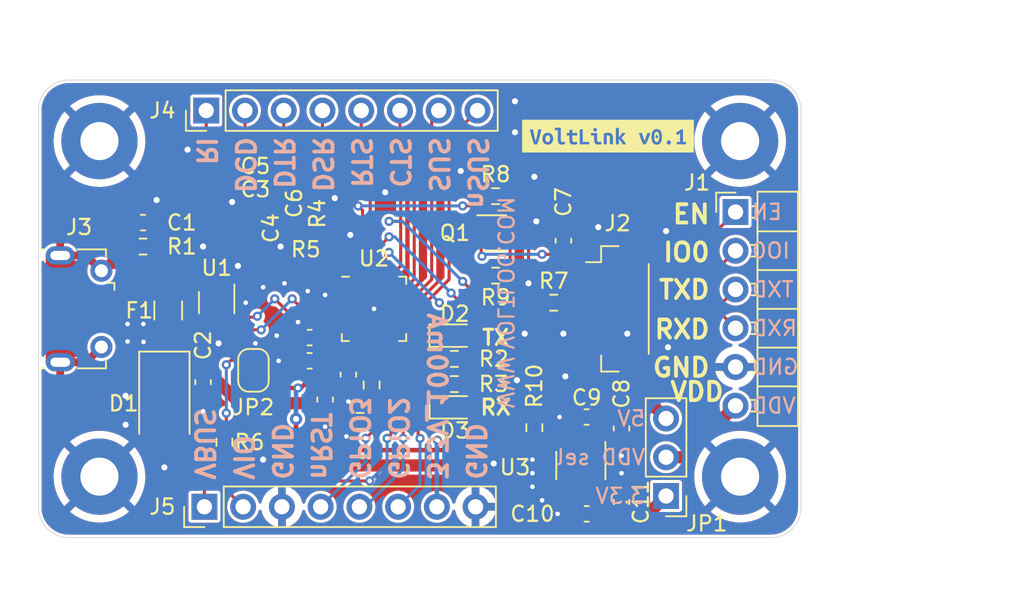
<source format=kicad_pcb>
(kicad_pcb (version 20211014) (generator pcbnew)
  (layers (0 "F.Cu" signal) (31 "B.Cu" signal) (34 "B.Paste" user) (35 "F.Paste" user) (36 "B.SilkS" user "B.Silkscreen") (37 "F.SilkS" user "F.Silkscreen") (38 "B.Mask" user) (39 "F.Mask" user) (44 "Edge.Cuts" user))
  (net 0 "")
  (net 1 "GND")
  (net 2 "/IO0")
  (net 3 "/EN")
  (net 4 "/USB_CONN/USB_SHIELD")
  (net 5 "+5V")
  (net 6 "+3V3")
  (net 7 "/USB_to_serial/GPIO0")
  (net 8 "Net-(D2-Pad2)")
  (net 9 "/USB_to_serial/GPIO1")
  (net 10 "Net-(D3-Pad2)")
  (net 11 "Net-(F1-Pad2)")
  (net 12 "/UART_TX")
  (net 13 "/UART_RX")
  (net 14 "/Vout")
  (net 15 "/USB_CONN/USB_N")
  (net 16 "/USB_CONN/USB_P")
  (net 18 "/USB_to_serial/RI")
  (net 19 "/USB_to_serial/DCD")
  (net 20 "/USB_to_serial/DTR")
  (net 21 "/USB_to_serial/DSR")
  (net 22 "/USB_to_serial/RTS")
  (net 23 "/USB_to_serial/CTS")
  (net 24 "/USB_to_serial/SUSPEND")
  (net 25 "/USB_to_serial/nSUSPEND")
  (net 26 "/USB_to_serial/VBUS")
  (net 27 "/USB_to_serial/VIO")
  (net 28 "/USB_to_serial/nRST")
  (net 29 "/USB_to_serial/GPIO3")
  (net 30 "/USB_to_serial/GPIO2")
  (net 31 "+3.3V_100mA")
  (net 32 "Net-(Q1-Pad5)")
  (net 33 "Net-(Q1-Pad2)")
  (net 38 "Net-(R7-Pad1)")
  (net 39 "Net-(R10-Pad2)")
  (footprint "Fiducial:Fiducial_0.5mm_Mask1mm" (layer "F.Cu") (at 112.3 93.9)
    (fp_text reference "FID1" hide)
    (fp_text value "Fiducial")
  )
  (footprint "Fiducial:Fiducial_0.5mm_Mask1mm" (layer "F.Cu") (at 118.618 77.216)
    (fp_text reference "FID2" hide)
    (fp_text value "Fiducial")
  )
  (footprint "Fiducial:Fiducial_0.5mm_Mask1mm" (layer "F.Cu") (at 152.781 72.771)
    (fp_text reference "FID3" hide)
    (fp_text value "Fiducial")
  )
  (footprint "MountingHole:MountingHole_2.5mm_Pad" (layer "F.Cu") (at 115 75)
    (fp_text reference "H1" hide)
    (fp_text value "GND")
  )
  (footprint "MountingHole:MountingHole_2.5mm_Pad" (layer "F.Cu") (at 115 97)
    (fp_text reference "H2" hide)
    (fp_text value "GND")
  )
  (footprint "MountingHole:MountingHole_2.5mm_Pad" (layer "F.Cu") (at 157 97)
    (fp_text reference "H3" hide)
    (fp_text value "GND")
  )
  (footprint "MountingHole:MountingHole_2.5mm_Pad" (layer "F.Cu") (at 157 75)
    (fp_text reference "H4" hide)
    (fp_text value "GND")
  )
  (footprint "Resistor_SMD:R_0603_1608Metric" (layer "F.Cu") (at 143.51 93.79 -90)
    (fp_text reference "R10")
    (fp_text value "1k")
  )
  (footprint "Capacitor_SMD:C_0603_1608Metric" (layer "F.Cu") (at 128.778 89.408 180)
    (fp_text reference "C3")
    (fp_text value "4.7uF")
  )
  (footprint "Diode_SMD:D_0603_1608Metric_Pad1.05x0.95mm_HandSolder" (layer "F.Cu") (at 138.289 87.757)
    (fp_text reference "D2")
    (fp_text value "LED_TX")
  )
  (footprint "Diode_SMD:D_SMA" (layer "F.Cu") (at 119.253 92.202 -90)
    (fp_text reference "D1")
    (fp_text value "SMAJ5.0CA")
  )
  (footprint "Package_TO_SOT_SMD:SOT-363_SC-70-6" (layer "F.Cu") (at 140.97 81.026)
    (fp_text reference "Q1")
    (fp_text value "MBT3904DW1")
  )
  (footprint "Package_DFN_QFN:QFN-24-1EP_4x4mm_P0.5mm_EP2.6x2.6mm" (layer "F.Cu") (at 133 86)
    (fp_text reference "U2")
    (fp_text value "CP2102N-Axx-xQFN24")
  )
  (footprint "Package_TO_SOT_SMD:SOT-363_SC-70-6" (layer "F.Cu") (at 122.682 85.598 -90)
    (fp_text reference "U1")
    (fp_text value "PUSB2X4Y")
  )
  (footprint "Capacitor_SMD:C_0603_1608Metric" (layer "F.Cu") (at 121.793 90.805 -90)
    (fp_text reference "C2")
    (fp_text value "4.7uF")
  )
  (footprint "kibuzzard-61E57FAE" (layer "F.Cu") (at 148.336 74.676)
    (fp_text reference "kibuzzard-61E57FAE" hide)
    (fp_text value "G***" hide)
  )
  (footprint "myLib:USB_Micro-B_Molex-105017-0001" (layer "F.Cu") (at 113.665 86 -90)
    (fp_text reference "J3")
    (fp_text value "USB_B_Micro")
  )
  (footprint "Jumper:SolderJumper-2_P1.3mm_Bridged_RoundedPad1.0x1.5mm" (layer "F.Cu") (at 125.095 90.028 90)
    (fp_text reference "JP2")
    (fp_text value "Jumper_2_Bridged")
  )
  (footprint "Connector_PinHeader_2.54mm:PinHeader_1x08_P2.54mm_Vertical" (layer "F.Cu") (at 122 73 90)
    (fp_text reference "J4")
    (fp_text value "Conn_01x08_Male")
  )
  (footprint "Resistor_SMD:R_0603_1608Metric" (layer "F.Cu") (at 123.19 94.742 90)
    (fp_text reference "R6")
    (fp_text value "1k")
  )
  (footprint "Capacitor_SMD:C_0603_1608Metric" (layer "F.Cu") (at 145.415 81.534 90)
    (fp_text reference "C7")
    (fp_text value "0.1uF")
  )
  (footprint "Capacitor_SMD:C_0603_1608Metric" (layer "F.Cu") (at 146.939 93.091 180)
    (fp_text reference "C9")
    (fp_text value "0.1uF")
  )
  (footprint "Capacitor_SMD:C_0603_1608Metric" (layer "F.Cu") (at 146.939 99.441 180)
    (fp_text reference "C10")
    (fp_text value "0.1uF")
  )
  (footprint "Fuse:Fuse_1206_3216Metric_Pad1.42x1.75mm_HandSolder" (layer "F.Cu") (at 119.507 86.106 90)
    (fp_text reference "F1")
    (fp_text value "500mA, 1A")
  )
  (footprint "Capacitor_SMD:C_0603_1608Metric" (layer "F.Cu") (at 128.778 87.884 180)
    (fp_text reference "C5")
    (fp_text value "0.1uF")
  )
  (footprint "Connector_PinHeader_2.54mm:PinHeader_1x03_P2.54mm_Vertical" (layer "F.Cu") (at 152.146 98.268 180)
    (fp_text reference "JP1")
    (fp_text value "Jumper_3_Bridged12")
  )
  (footprint "Capacitor_SMD:C_0603_1608Metric" (layer "F.Cu") (at 117.857 80.347)
    (fp_text reference "C1")
    (fp_text value "4.7nF")
  )
  (footprint "Capacitor_SMD:C_0603_1608Metric" (layer "F.Cu") (at 131.318 90.31 -90)
    (fp_text reference "C6")
    (fp_text value "0.1uF")
  )
  (footprint "Resistor_SMD:R_0603_1608Metric" (layer "F.Cu") (at 140.97 78.613)
    (fp_text reference "R8")
    (fp_text value "10k")
  )
  (footprint "Resistor_SMD:R_0603_1608Metric" (layer "F.Cu") (at 138.2655 90.932 180)
    (fp_text reference "R3")
    (fp_text value "1k")
  )
  (footprint "Resistor_SMD:R_0603_1608Metric" (layer "F.Cu") (at 117.856 81.915)
    (fp_text reference "R1")
    (fp_text value "1M")
  )
  (footprint "Connector_PinHeader_2.54mm:PinHeader_1x06_P2.54mm_Horizontal" (layer "F.Cu") (at 156.7 79.65)
    (fp_text reference "J1")
    (fp_text value "Conn_01x06_Male")
  )
  (footprint "Package_TO_SOT_SMD:SOT-23-5_HandSoldering" (layer "F.Cu") (at 146.558 96.266 -90)
    (fp_text reference "U3")
    (fp_text value "BU33SD5WG-TR")
  )
  (footprint "Resistor_SMD:R_0603_1608Metric" (layer "F.Cu") (at 140.97 83.82 180)
    (fp_text reference "R9")
    (fp_text value "10k")
  )
  (footprint "Connector_JST:JST_SH_BM06B-SRSS-TB_1x06-1MP_P1.00mm_Vertical" (layer "F.Cu") (at 149 86 -90)
    (fp_text reference "J2")
    (fp_text value "Conn_01x06_Female")
  )
  (footprint "Resistor_SMD:R_0603_1608Metric" (layer "F.Cu") (at 138.2655 89.281 180)
    (fp_text reference "R2")
    (fp_text value "1k")
  )
  (footprint "Capacitor_SMD:C_0603_1608Metric" (layer "F.Cu") (at 149.225 93.84 -90)
    (fp_text reference "C8")
    (fp_text value "10uF")
  )
  (footprint "Diode_SMD:D_0603_1608Metric_Pad1.05x0.95mm_HandSolder" (layer "F.Cu") (at 138.303 92.456)
    (fp_text reference "D3")
    (fp_text value "LED_RX")
  )
  (footprint "Resistor_SMD:R_0603_1608Metric" (layer "F.Cu") (at 132.08 93.345 180)
    (fp_text reference "R5")
    (fp_text value "47k")
  )
  (footprint "Connector_PinHeader_2.54mm:PinHeader_1x08_P2.54mm_Vertical" (layer "F.Cu") (at 121.88 98.975 90)
    (fp_text reference "J5")
    (fp_text value "Conn_01x08_Male")
  )
  (footprint "Capacitor_SMD:C_0603_1608Metric" (layer "F.Cu") (at 129.794 91.948 -90)
    (fp_text reference "C4")
    (fp_text value "4.7uF")
  )
  (footprint "Resistor_SMD:R_0603_1608Metric" (layer "F.Cu") (at 132.842 90.996 -90)
    (fp_text reference "R4")
    (fp_text value "22k")
  )
  (footprint "Resistor_SMD:R_0603_1608Metric" (layer "F.Cu") (at 144.78 85.598)
    (fp_text reference "R7")
    (fp_text value "220")
  )
  (footprint "Capacitor_SMD:C_0603_1608Metric" (layer "F.Cu") (at 149.225 98.666 90)
    (fp_text reference "C11")
    (fp_text value "10uF")
  )
  (gr_line (start 111 73) (end 111 86) (layer "Edge.Cuts") (width 0.05))
  (gr_arc (start 111 73) (mid 111.585786 71.585786) (end 113 71) (layer "Edge.Cuts") (width 0.05))
  (gr_arc (start 159 71) (mid 160.414214 71.585786) (end 161 73) (layer "Edge.Cuts") (width 0.05))
  (gr_arc (start 161 99) (mid 160.414214 100.414214) (end 159 101) (layer "Edge.Cuts") (width 0.05))
  (gr_line (start 161 99) (end 161 73) (layer "Edge.Cuts") (width 0.05))
  (gr_line (start 113 101) (end 159 101) (layer "Edge.Cuts") (width 0.05))
  (gr_arc (start 113 101) (mid 111.585786 100.414214) (end 111 99) (layer "Edge.Cuts") (width 0.05))
  (gr_line (start 111 86) (end 111 99) (layer "Edge.Cuts") (width 0.05))
  (gr_line (start 159 71) (end 113 71) (layer "Edge.Cuts") (width 0.05))
  (gr_text "VBUS" (at 121.88 94.853143 -90) (layer "B.SilkS") (effects (font (size 1.2 1.2) (thickness 0.25)) (justify mirror)))
  (gr_text "VIO" (at 124.42 95.738857 -90) (layer "B.SilkS") (effects (font (size 1.2 1.2) (thickness 0.25)) (justify mirror)))
  (gr_text "GND" (at 126.96 95.338857 -90) (layer "B.SilkS") (effects (font (size 1.2 1.2) (thickness 0.25)) (justify mirror)))
  (gr_text "nRST" (at 129.5 94.996 -90) (layer "B.SilkS") (effects (font (size 1.2 1.2) (thickness 0.25)) (justify mirror)))
  (gr_text "GPIO3" (at 132.04 94.481714 -90) (layer "B.SilkS") (effects (font (size 1.2 1.2) (thickness 0.25)) (justify mirror)))
  (gr_text "GPIO2" (at 134.58 94.481714 -90) (layer "B.SilkS") (effects (font (size 1.2 1.2) (thickness 0.25)) (justify mirror)))
  (gr_text "3.3V_100mA" (at 137.12 91.738857 -90) (layer "B.SilkS") (effects (font (size 1.2 1.2) (thickness 0.25)) (justify mirror)))
  (gr_text "GND" (at 139.66 95.338857 -90) (layer "B.SilkS") (effects (font (size 1.2 1.2) (thickness 0.25)) (justify mirror)))
  (gr_text "RI" (at 122 75.657143 -90) (layer "B.SilkS") (effects (font (size 1.2 1.2) (thickness 0.25)) (justify mirror)))
  (gr_text "DCD" (at 124.54 76.571429 -90) (layer "B.SilkS") (effects (font (size 1.2 1.2) (thickness 0.25)) (justify mirror)))
  (gr_text "DTR" (at 127.08 76.428572 -90) (layer "B.SilkS") (effects (font (size 1.2 1.2) (thickness 0.25)) (justify mirror)))
  (gr_text "DSR" (at 129.62 76.542857 -90) (layer "B.SilkS") (effects (font (size 1.2 1.2) (thickness 0.25)) (justify mirror)))
  (gr_text "RTS" (at 132.16 76.4 -90) (layer "B.SilkS") (effects (font (size 1.2 1.2) (thickness 0.25)) (justify mirror)))
  (gr_text "CTS" (at 134.7 76.4 -90) (layer "B.SilkS") (effects (font (size 1.2 1.2) (thickness 0.25)) (justify mirror)))
  (gr_text "SUS" (at 137.24 76.542857 -90) (layer "B.SilkS") (effects (font (size 1.2 1.2) (thickness 0.25)) (justify mirror)))
  (gr_text "nSUS" (at 139.78 77.085714 -90) (layer "B.SilkS") (effects (font (size 1.2 1.2) (thickness 0.25)) (justify mirror)))
  (gr_text "5V" (at 149.86 93.188) (layer "B.SilkS") (effects (font (size 1 1)) (justify mirror)))
  (gr_text "RXD" (at 159.258 87.27) (layer "B.SilkS") (effects (font (size 1 1)) (justify mirror)))
  (gr_text "IO0" (at 159.019905 82.19) (layer "B.SilkS") (effects (font (size 1 1)) (justify mirror)))
  (gr_text "EN" (at 158.758 79.65) (layer "B.SilkS") (effects (font (size 1 1)) (justify mirror)))
  (gr_text "VDD sel" (at 147.86 95.728) (layer "B.SilkS") (effects (font (size 1 1)) (justify mirror)))
  (gr_text "3.3V" (at 149.145714 98.268) (layer "B.SilkS") (effects (font (size 1 1)) (justify mirror)))
  (gr_text "GND" (at 159.305619 89.81) (layer "B.SilkS") (effects (font (size 1 1)) (justify mirror)))
  (gr_text "TXD" (at 159.138953 84.73) (layer "B.SilkS") (effects (font (size 1 1)) (justify mirror)))
  (gr_text "WWW.VOLTLOG.COM" (at 141.605 85.598 270) (layer "B.SilkS") (effects (font (size 1 1)) (justify mirror)))
  (gr_text "VDD" (at 159.210381 92.35) (layer "B.SilkS") (effects (font (size 1 1)) (justify mirror)))
  (gr_text "RXD" (at 153.197 87.35) (layer "F.SilkS") (effects (font (size 1.2 1.2) (thickness 0.25))))
  (gr_text "GND" (at 153.139857 89.85) (layer "F.SilkS") (effects (font (size 1.2 1.2) (thickness 0.25))))
  (gr_text "VDD" (at 154.178 91.44) (layer "F.SilkS") (effects (font (size 1.2 1.2) (thickness 0.25))))
  (gr_text "RX" (at 140.97 92.456) (layer "F.SilkS") (effects (font (size 1 1) (thickness 0.2))))
  (gr_text "IO0" (at 153.482714 82.3) (layer "F.SilkS") (effects (font (size 1.2 1.2) (thickness 0.25))))
  (gr_text "EN" (at 153.797 79.8) (layer "F.SilkS") (effects (font (size 1.2 1.2) (thickness 0.25))))
  (gr_text "TX" (at 140.97 87.884) (layer "F.SilkS") (effects (font (size 1 1) (thickness 0.2))))
  (gr_text "TXD" (at 153.339857 84.75) (layer "F.SilkS") (effects (font (size 1.2 1.2) (thickness 0.25))))
  (segment (start 128.003 87.884) (end 128.003 86.881) (width 0.3) (layer "F.Cu") (net 1))
  (segment (start 131.0625 85.25) (end 130.0205 85.25) (width 0.3) (layer "F.Cu") (net 1))
  (segment (start 115.1275 87.3) (end 116.027 87.3) (width 0.25) (layer "F.Cu") (net 1))
  (segment (start 116.027 87.3) (end 116.027 87.325) (width 0.25) (layer "F.Cu") (net 1))
  (segment (start 149.225 94.615) (end 149.225 95.631) (width 0.3) (layer "F.Cu") (net 1))
  (segment (start 131.318 91.085) (end 131.318 92.075) (width 0.3) (layer "F.Cu") (net 1))
  (segment (start 129.794 92.723) (end 129.794 93.726) (width 0.3) (layer "F.Cu") (net 1))
  (segment (start 116.027 87.3) (end 116.535 87.3) (width 0.25) (layer "F.Cu") (net 1))
  (segment (start 128.003 89.408) (end 126.746 89.408) (width 0.3) (layer "F.Cu") (net 1))
  (segment (start 131.255 94.297) (end 131.255 93.345) (width 0.2) (layer "F.Cu") (net 1))
  (segment (start 149.225 97.891) (end 149.225 96.774) (width 0.3) (layer "F.Cu") (net 1))
  (segment (start 116.84 88.138) (end 117.85809 88.138) (width 0.25) (layer "F.Cu") (net 1))
  (segment (start 146.164 99.441) (end 145.034 99.441) (width 0.3) (layer "F.Cu") (net 1))
  (segment (start 117.85809 88.138) (end 117.886707 88.166617) (width 0.25) (layer "F.Cu") (net 1))
  (segment (start 131.191 94.361) (end 131.255 94.297) (width 0.2) (layer "F.Cu") (net 1))
  (segment (start 128.003 86.881) (end 128.016 86.868) (width 0.3) (layer "F.Cu") (net 1))
  (segment (start 116.027 87.325) (end 116.84 88.138) (width 0.25) (layer "F.Cu") (net 1))
  (segment (start 116.535 87.3) (end 116.84 86.995) (width 0.25) (layer "F.Cu") (net 1))
  (segment (start 130.0205 85.25) (end 129.921 85.1505) (width 0.3) (layer "F.Cu") (net 1))
  (segment (start 146.164 93.091) (end 145.161 93.091) (width 0.3) (layer "F.Cu") (net 1))
  (segment (start 116.84 86.995) (end 117.8785 86.995) (width 0.25) (layer "F.Cu") (net 1))
  (via (at 133 86) (size 0.6) (drill 0.3) (layers "F.Cu" "B.Cu") (net 1))
  (via (at 149.225 95.631) (size 0.6) (drill 0.3) (layers "F.Cu" "B.Cu") (net 1))
  (via (at 133.731 78.359) (size 0.8) (drill 0.4) (layers "F.Cu" "B.Cu") (net 1))
  (via (at 128.651 84.836) (size 0.6) (drill 0.3) (layers "F.Cu" "B.Cu") (net 1))
  (via (at 142.24 74.422) (size 0.8) (drill 0.4) (layers "F.Cu" "B.Cu") (net 1))
  (via (at 116.713 91.694) (size 0.8) (drill 0.4) (layers "F.Cu" "B.Cu") (net 1))
  (via (at 138.684 76.962) (size 0.8) (drill 0.4) (layers "F.Cu" "B.Cu") (net 1))
  (via (at 126.619 87.757) (size 0.6) (drill 0.3) (layers "F.Cu" "B.Cu") (net 1))
  (via (at 129.794 85.09) (size 0.6) (drill 0.3) (layers "F.Cu" "B.Cu") (net 1))
  (via (at 149.225 96.774) (size 0.6) (drill 0.3) (layers "F.Cu" "B.Cu") (net 1))
  (via (at 125.73 95.885) (size 0.8) (drill 0.4) (layers "F.Cu" "B.Cu") (net 1))
  (via (at 140.843 96.139) (size 0.8) (drill 0.4) (layers "F.Cu" "B.Cu") (net 1))
  (via (at 120.777 75.565) (size 0.8) (drill 0.4) (layers "F.Cu" "B.Cu") (net 1))
  (via (at 143.129 84.328) (size 0.8) (drill 0.4) (layers "F.Cu" "B.Cu") (net 1))
  (via (at 128.016 86.868) (size 0.6) (drill 0.3) (layers "F.Cu" "B.Cu") (net 1))
  (via (at 126.746 89.408) (size 0.6) (drill 0.3) (layers "F.Cu" "B.Cu") (net 1))
  (via (at 116.84 86.995) (size 0.6) (drill 0.3) (layers "F.Cu" "B.Cu") (net 1))
  (via (at 142.24 72.39) (size 0.8) (drill 0.4) (layers "F.Cu" "B.Cu") (net 1))
  (via (at 145.542 90.424) (size 0.8) (drill 0.4) (layers "F.Cu" "B.Cu") (net 1))
  (via (at 149.606 87.63) (size 0.8) (drill 0.4) (layers "F.Cu" "B.Cu") (net 1))
  (via (at 143.51 77.343) (size 0.8) (drill 0.4) (layers "F.Cu" "B.Cu") (net 1))
  (via (at 145.034 99.441) (size 0.6) (drill 0.3) (layers "F.Cu" "B.Cu") (net 1))
  (via (at 117.886707 88.166617) (size 0.6) (drill 0.3) (layers "F.Cu" "B.Cu") (net 1))
  (via (at 129.794 93.726) (size 0.6) (drill 0.3) (layers "F.Cu" "B.Cu") (net 1))
  (via (at 143.383 95.885) (size 0.6) (drill 0.3) (layers "F.Cu" "B.Cu") (net 1))
  (via (at 131.318 92.075) (size 0.6) (drill 0.3) (layers "F.Cu" "B.Cu") (net 1))
  (via (at 125.222 88.265) (size 0.6) (drill 0.3) (layers "F.Cu" "B.Cu") (net 1))
  (via (at 143.383 96.774) (size 0.6) (drill 0.3) (layers "F.Cu" "B.Cu") (net 1))
  (via (at 152.146 80.899) (size 0.8) (drill 0.4) (layers "F.Cu" "B.Cu") (net 1))
  (via (at 117.8785 86.995) (size 0.6) (drill 0.3) (layers "F.Cu" "B.Cu") (net 1))
  (via (at 116.84 88.138) (size 0.6) (drill 0.3) (layers "F.Cu" "B.Cu") (net 1))
  (via (at 145.415 87.63) (size 0.8) (drill 0.4) (layers "F.Cu" "B.Cu") (net 1))
  (via (at 143.383 97.663) (size 0.6) (drill 0.3) (layers "F.Cu" "B.Cu") (net 1))
  (via (at 142.367 90.678) (size 0.8) (drill 0.4) (layers "F.Cu" "B.Cu") (net 1))
  (via (at 123.698 78.994) (size 0.8) (drill 0.4) (layers "F.Cu" "B.Cu") (net 1))
  (via (at 131.191 94.361) (size 0.6) (drill 0.3) (layers "F.Cu" "B.Cu") (net 1))
  (via (at 125.73 84.582) (size 0.6) (drill 0.3) (layers "F.Cu" "B.Cu") (net 1))
  (via (at 121.793 92.71) (size 0.6) (drill 0.3) (layers "F.Cu" "B.Cu") (net 1))
  (via (at 121.793 81.915) (size 0.8) (drill 0.4) (layers "F.Cu" "B.Cu") (net 1))
  (via (at 124.079 83.185) (size 0.8) (drill 0.4) (layers "F.Cu" "B.Cu") (net 1))
  (via (at 122.809 88.265) (size 0.8) (drill 0.4) (layers "F.Cu" "B.Cu") (net 1))
  (via (at 119.253 96.393) (size 0.8) (drill 0.4) (layers "F.Cu" "B.Cu") (net 1))
  (via (at 143.637 80.264) (size 0.8) (drill 0.4) (layers "F.Cu" "B.Cu") (net 1))
  (via (at 131.445 81.153) (size 0.8) (drill 0.4) (layers "F.Cu" "B.Cu") (net 1))
  (via (at 144.018 98.552) (size 0.6) (drill 0.3) (layers "F.Cu" "B.Cu") (net 1))
  (via (at 152.273 88.519) (size 0.8) (drill 0.4) (layers "F.Cu" "B.Cu") (net 1))
  (via (at 116.713 93.599) (size 0.8) (drill 0.4) (layers "F.Cu" "B.Cu") (net 1))
  (via (at 118.745 78.867) (size 0.8) (drill 0.4) (layers "F.Cu" "B.Cu") (net 1))
  (via (at 127.127 84.328) (size 0.6) (drill 0.3) (layers "F.Cu" "B.Cu") (net 1))
  (via (at 124.587 85.598) (size 0.6) (drill 0.3) (layers "F.Cu" "B.Cu") (net 1))
  (via (at 126.873 81.915) (size 0.8) (drill 0.4) (layers "F.Cu" "B.Cu") (net 1))
  (via (at 130.429 78.74) (size 0.8) (drill 0.4) (layers "F.Cu" "B.Cu") (net 1))
  (via (at 145.161 93.091) (size 0.6) (drill 0.3) (layers "F.Cu" "B.Cu") (net 1))
  (via (at 147.701 80.645) (size 0.8) (drill 0.4) (layers "F.Cu" "B.Cu") (net 1))
  (via (at 142.875 87.63) (size 0.8) (drill 0.4) (layers "F.Cu" "B.Cu") (net 1))
  (segment (start 143.129 83.185) (end 144.444 84.5) (width 0.2) (layer "F.Cu") (net 2))
  (segment (start 147.675 84.5) (end 154.39 84.5) (width 0.2) (layer "F.Cu") (net 2))
  (segment (start 142.445 80.376) (end 143.129 81.06) (width 0.2) (layer "F.Cu") (net 2))
  (segment (start 144.444 84.5) (end 147.675 84.5) (width 0.2) (layer "F.Cu") (net 2))
  (segment (start 141.92 80.376) (end 142.445 80.376) (width 0.2) (layer "F.Cu") (net 2))
  (segment (start 154.39 84.5) (end 156.7 82.19) (width 0.2) (layer "F.Cu") (net 2))
  (segment (start 143.129 81.06) (end 143.129 83.185) (width 0.2) (layer "F.Cu") (net 2))
  (segment (start 152.85 83.5) (end 156.7 79.65) (width 0.2) (layer "F.Cu") (net 3))
  (segment (start 147.675 83.5) (end 152.85 83.5) (width 0.2) (layer "F.Cu") (net 3))
  (segment (start 146.484 82.309) (end 147.675 83.5) (width 0.2) (layer "F.Cu") (net 3))
  (segment (start 145.415 82.309) (end 146.484 82.309) (width 0.2) (layer "F.Cu") (net 3))
  (segment (start 140.081 82.55) (end 140.02 82.489) (width 0.2) (layer "F.Cu") (net 3))
  (segment (start 140.02 82.489) (end 140.02 81.676) (width 0.2) (layer "F.Cu") (net 3))
  (segment (start 145.301 82.423) (end 145.415 82.309) (width 0.2) (layer "F.Cu") (net 3))
  (segment (start 144.018 82.423) (end 145.301 82.423) (width 0.2) (layer "F.Cu") (net 3))
  (via (at 144.018 82.423) (size 0.6) (drill 0.3) (layers "F.Cu" "B.Cu") (net 3))
  (via (at 140.081 82.55) (size 0.6) (drill 0.3) (layers "F.Cu" "B.Cu") (net 3))
  (segment (start 140.081 82.55) (end 140.208 82.423) (width 0.2) (layer "B.Cu") (net 3))
  (segment (start 140.208 82.423) (end 144.018 82.423) (width 0.2) (layer "B.Cu") (net 3))
  (segment (start 117.082 80.347) (end 117.082 81.864) (width 0.5) (layer "F.Cu") (net 4))
  (segment (start 122.682 83.923) (end 122.682 84.648) (width 0.4) (layer "F.Cu") (net 4))
  (segment (start 115.1275 83.5) (end 115.4425 83.185) (width 0.4) (layer "F.Cu") (net 4))
  (segment (start 117.082 81.864) (end 117.031 81.915) (width 0.5) (layer "F.Cu") (net 4))
  (segment (start 115.4425 83.185) (end 116.967 83.185) (width 0.4) (layer "F.Cu") (net 4))
  (segment (start 121.944 83.185) (end 122.682 83.923) (width 0.4) (layer "F.Cu") (net 4))
  (segment (start 116.967 83.185) (end 121.944 83.185) (width 0.4) (layer "F.Cu") (net 4))
  (segment (start 149.225 92.43) (end 151.388 92.43) (width 0.8) (layer "F.Cu") (net 5))
  (segment (start 122.034 90.03) (end 124.189511 92.185511) (width 0.8) (layer "F.Cu") (net 5))
  (segment (start 124.189511 92.185511) (end 128.684012 92.185511) (width 0.8) (layer "F.Cu") (net 5))
  (segment (start 119.253 90.202) (end 121.621 90.202) (width 0.8) (layer "F.Cu") (net 5))
  (segment (start 143.256 91.821) (end 143.51 92.075) (width 0.3) (layer "F.Cu") (net 5))
  (segment (start 129.696523 91.173) (end 129.794 91.173) (width 0.8) (layer "F.Cu") (net 5))
  (segment (start 119.507 87.5935) (end 119.507 89.948) (width 0.8) (layer "F.Cu") (net 5))
  (segment (start 147.981 91.821) (end 149.225 93.065) (width 0.8) (layer "F.Cu") (net 5))
  (segment (start 128.27 96.266) (end 124.189511 92.185511) (width 0.8) (layer "F.Cu") (net 5))
  (segment (start 129.794 90.934978) (end 131.193978 89.535) (width 0.8) (layer "F.Cu") (net 5))
  (segment (start 132.971102 96.266) (end 132.960591 96.255489) (width 0.8) (layer "F.Cu") (net 5))
  (segment (start 147.714 94.71) (end 147.508 94.916) (width 0.8) (layer "F.Cu") (net 5))
  (segment (start 147.74 93.065) (end 147.714 93.091) (width 0.8) (layer "F.Cu") (net 5))
  (segment (start 143.256 91.821) (end 143.002 91.821) (width 0.8) (layer "F.Cu") (net 5))
  (segment (start 121.621 90.202) (end 121.793 90.03) (width 0.8) (layer "F.Cu") (net 5))
  (segment (start 128.684012 92.185511) (end 129.696523 91.173) (width 0.8) (layer "F.Cu") (net 5))
  (segment (start 132.842 90.171) (end 131.954 90.171) (width 0.2) (layer "F.Cu") (net 5))
  (segment (start 147.714 93.091) (end 147.714 94.71) (width 0.8) (layer "F.Cu") (net 5))
  (segment (start 131.193978 89.535) (end 131.318 89.535) (width 0.8) (layer "F.Cu") (net 5))
  (segment (start 129.794 91.173) (end 129.794 90.934978) (width 0.8) (layer "F.Cu") (net 5))
  (segment (start 132.215409 96.255489) (end 132.204898 96.266) (width 0.8) (layer "F.Cu") (net 5))
  (segment (start 131.75 89.103) (end 131.318 89.535) (width 0.3) (layer "F.Cu") (net 5))
  (segment (start 131.75 87.9375) (end 131.75 89.103) (width 0.3) (layer "F.Cu") (net 5))
  (segment (start 119.507 89.948) (end 119.253 90.202) (width 0.8) (layer "F.Cu") (net 5))
  (segment (start 132.960591 96.255489) (end 132.215409 96.255489) (width 0.8) (layer "F.Cu") (net 5))
  (segment (start 138.557 96.266) (end 132.971102 96.266) (width 0.8) (layer "F.Cu") (net 5))
  (segment (start 149.225 93.065) (end 147.74 93.065) (width 0.8) (layer "F.Cu") (net 5))
  (segment (start 143.256 91.821) (end 147.981 91.821) (width 0.8) (layer "F.Cu") (net 5))
  (segment (start 132.204898 96.266) (end 128.27 96.266) (width 0.8) (layer "F.Cu") (net 5))
  (segment (start 121.793 90.03) (end 122.034 90.03) (width 0.8) (layer "F.Cu") (net 5))
  (segment (start 143.51 92.075) (end 143.51 92.965) (width 0.3) (layer "F.Cu") (net 5))
  (segment (start 143.002 91.821) (end 138.557 96.266) (width 0.8) (layer "F.Cu") (net 5))
  (segment (start 151.388 92.43) (end 152.146 93.188) (width 0.8) (layer "F.Cu") (net 5))
  (segment (start 131.954 90.171) (end 131.318 89.535) (width 0.2) (layer "F.Cu") (net 5))
  (segment (start 147.508 99.235) (end 147.714 99.441) (width 0.8) (layer "F.Cu") (net 6))
  (segment (start 147.508 97.616) (end 147.508 99.235) (width 0.8) (layer "F.Cu") (net 6))
  (segment (start 147.714 99.441) (end 149.225 99.441) (width 0.8) (layer "F.Cu") (net 6))
  (segment (start 149.225 99.441) (end 150.973 99.441) (width 0.8) (layer "F.Cu") (net 6))
  (segment (start 150.973 99.441) (end 152.146 98.268) (width 0.8) (layer "F.Cu") (net 6))
  (segment (start 136.407 86.75) (end 137.414 87.757) (width 0.2) (layer "F.Cu") (net 7))
  (segment (start 134.9375 86.75) (end 136.407 86.75) (width 0.2) (layer "F.Cu") (net 7))
  (segment (start 138.9645 87.757) (end 137.4405 89.281) (width 0.2) (layer "F.Cu") (net 8))
  (segment (start 137.428 92.456) (end 136.652 91.68) (width 0.2) (layer "F.Cu") (net 9))
  (segment (start 136.652 91.68) (end 136.652 88.9645) (width 0.2) (layer "F.Cu") (net 9))
  (segment (start 136.652 88.9645) (end 134.9375 87.25) (width 0.2) (layer "F.Cu") (net 9))
  (segment (start 137.654 90.932) (end 139.178 92.456) (width 0.2) (layer "F.Cu") (net 10))
  (segment (start 137.4405 90.932) (end 137.654 90.932) (width 0.2) (layer "F.Cu") (net 10))
  (segment (start 115.1275 84.7) (end 119.4255 84.7) (width 0.5) (layer "F.Cu") (net 11))
  (segment (start 119.4255 84.7) (end 119.507 84.6185) (width 0.5) (layer "F.Cu") (net 11))
  (segment (start 147.675 85.5) (end 155.93 85.5) (width 0.2) (layer "F.Cu") (net 12))
  (segment (start 147.577 85.598) (end 147.675 85.5) (width 0.2) (layer "F.Cu") (net 12))
  (segment (start 145.605 85.598) (end 147.577 85.598) (width 0.2) (layer "F.Cu") (net 12))
  (segment (start 155.93 85.5) (end 156.7 84.73) (width 0.2) (layer "F.Cu") (net 12))
  (segment (start 133.75 82.531) (end 133.75 84.0625) (width 0.2) (layer "F.Cu") (net 13))
  (segment (start 155.93 86.5) (end 156.7 87.27) (width 0.2) (layer "F.Cu") (net 13))
  (segment (start 133.985 82.296) (end 133.75 82.531) (width 0.2) (layer "F.Cu") (net 13))
  (segment (start 138.189 86.5) (end 147.675 86.5) (width 0.2) (layer "F.Cu") (net 13))
  (segment (start 137.287 85.598) (end 138.189 86.5) (width 0.2) (layer "F.Cu") (net 13))
  (segment (start 147.675 86.5) (end 155.93 86.5) (width 0.2) (layer "F.Cu") (net 13))
  (via (at 133.985 82.296) (size 0.6) (drill 0.3) (layers "F.Cu" "B.Cu") (net 13))
  (via (at 137.287 85.598) (size 0.6) (drill 0.3) (layers "F.Cu" "B.Cu") (net 13))
  (segment (start 137.287 85.598) (end 133.985 82.296) (width 0.2) (layer "B.Cu") (net 13))
  (segment (start 153.322 95.728) (end 155.259 93.791) (width 0.8) (layer "F.Cu") (net 14))
  (segment (start 147.675 89.636) (end 149.352 91.313) (width 0.5) (layer "F.Cu") (net 14))
  (segment (start 152.146 95.728) (end 153.322 95.728) (width 0.8) (layer "F.Cu") (net 14))
  (segment (start 147.675 88.5) (end 147.675 89.636) (width 0.5) (layer "F.Cu") (net 14))
  (segment (start 149.352 91.313) (end 152.781 91.313) (width 0.5) (layer "F.Cu") (net 14))
  (segment (start 152.781 91.313) (end 155.259 93.791) (width 0.5) (layer "F.Cu") (net 14))
  (segment (start 155.259 93.791) (end 156.7 92.35) (width 0.8) (layer "F.Cu") (net 14))
  (segment (start 123.332 86.073978) (end 123.332 86.548) (width 0.2) (layer "F.Cu") (net 15))
  (segment (start 118.548006 85.852) (end 123.110022 85.852) (width 0.2) (layer "F.Cu") (net 15))
  (segment (start 123.891 86.548) (end 125.288 86.548) (width 0.2) (layer "F.Cu") (net 15))
  (segment (start 125.288 86.548) (end 125.349 86.487) (width 0.2) (layer "F.Cu") (net 15))
  (segment (start 126.492 85.344) (end 127.381 86.233) (width 0.2) (layer "F.Cu") (net 15))
  (segment (start 123.891 86.548) (end 123.332 86.548) (width 0.2) (layer "F.Cu") (net 15))
  (segment (start 131.0455 86.233) (end 131.0625 86.25) (width 0.2) (layer "F.Cu") (net 15))
  (segment (start 123.110022 85.852) (end 123.332 86.073978) (width 0.2) (layer "F.Cu") (net 15))
  (segment (start 118.046006 85.35) (end 118.548006 85.852) (width 0.2) (layer "F.Cu") (net 15))
  (segment (start 115.1275 85.35) (end 118.046006 85.35) (width 0.2) (layer "F.Cu") (net 15))
  (segment (start 127.381 86.233) (end 131.0455 86.233) (width 0.2) (layer "F.Cu") (net 15))
  (via (at 125.349 86.487) (size 0.6) (drill 0.3) (layers "F.Cu" "B.Cu") (net 15))
  (via (at 126.492 85.344) (size 0.6) (drill 0.3) (layers "F.Cu" "B.Cu") (net 15))
  (segment (start 126.492 85.344) (end 125.349 86.487) (width 0.2) (layer "B.Cu") (net 15))
  (segment (start 117.877 86) (end 118.237 86.36) (width 0.2) (layer "F.Cu") (net 16))
  (segment (start 127.635 85.344) (end 128.041 85.75) (width 0.2) (layer "F.Cu") (net 16))
  (segment (start 121.844 86.36) (end 122.032 86.548) (width 0.2) (layer "F.Cu") (net 16))
  (segment (start 125.603 87.376) (end 122.335 87.376) (width 0.2) (layer "F.Cu") (net 16))
  (segment (start 115.1275 86) (end 117.877 86) (width 0.2) (layer "F.Cu") (net 16))
  (segment (start 128.041 85.75) (end 131.0625 85.75) (width 0.2) (layer "F.Cu") (net 16))
  (segment (start 118.237 86.36) (end 121.844 86.36) (width 0.2) (layer "F.Cu") (net 16))
  (segment (start 122.032 87.073) (end 122.032 86.548) (width 0.2) (layer "F.Cu") (net 16))
  (segment (start 122.335 87.376) (end 122.032 87.073) (width 0.2) (layer "F.Cu") (net 16))
  (via (at 127.635 85.344) (size 0.6) (drill 0.3) (layers "F.Cu" "B.Cu") (net 16))
  (via (at 125.603 87.376) (size 0.6) (drill 0.3) (layers "F.Cu" "B.Cu") (net 16))
  (segment (start 125.603 87.376) (end 127.635 85.344) (width 0.2) (layer "B.Cu") (net 16))
  (segment (start 122 75.6875) (end 131.0625 84.75) (width 0.2) (layer "F.Cu") (net 18))
  (segment (start 122 73) (end 122 75.6875) (width 0.2) (layer "F.Cu") (net 18))
  (segment (start 124.54 76.8525) (end 131.75 84.0625) (width 0.2) (layer "F.Cu") (net 19))
  (segment (start 124.54 73) (end 124.54 76.8525) (width 0.2) (layer "F.Cu") (net 19))
  (segment (start 127.08 73) (end 127.08 78.185) (width 0.2) (layer "F.Cu") (net 20))
  (segment (start 140.145 80.251) (end 140.02 80.376) (width 0.2) (layer "F.Cu") (net 20))
  (segment (start 139.51 79.248) (end 140.145 78.613) (width 0.2) (layer "F.Cu") (net 20))
  (segment (start 132.25 83.355) (end 132.25 84.0625) (width 0.2) (layer "F.Cu") (net 20))
  (segment (start 131.953 79.248) (end 132.25 79.545) (width 0.2) (layer "F.Cu") (net 20))
  (segment (start 127.08 78.185) (end 132.25 83.355) (width 0.2) (layer "F.Cu") (net 20))
  (segment (start 140.145 78.613) (end 140.145 80.251) (width 0.2) (layer "F.Cu") (net 20))
  (segment (start 132.25 79.545) (end 132.25 83.355) (width 0.2) (layer "F.Cu") (net 20))
  (segment (start 138.811 79.248) (end 139.51 79.248) (width 0.2) (layer "F.Cu") (net 20))
  (via (at 138.811 79.248) (size 0.6) (drill 0.3) (layers "F.Cu" "B.Cu") (net 20))
  (via (at 131.953 79.248) (size 0.6) (drill 0.3) (layers "F.Cu" "B.Cu") (net 20))
  (segment (start 131.953 79.248) (end 138.811 79.248) (width 0.2) (layer "B.Cu") (net 20))
  (segment (start 132.75 78.394) (end 129.62 75.264) (width 0.2) (layer "F.Cu") (net 21))
  (segment (start 129.62 75.264) (end 129.62 73) (width 0.2) (layer "F.Cu") (net 21))
  (segment (start 132.75 84.0625) (end 132.75 78.394) (width 0.2) (layer "F.Cu") (net 21))
  (segment (start 139.573 84.963) (end 141.478 84.963) (width 0.2) (layer "F.Cu") (net 22))
  (segment (start 138.811 84.201) (end 139.573 84.963) (width 0.2) (layer "F.Cu") (net 22))
  (segment (start 141.92 83.695) (end 141.92 81.676) (width 0.2) (layer "F.Cu") (net 22))
  (segment (start 132.16 75.391) (end 134.747 77.978) (width 0.2) (layer "F.Cu") (net 22))
  (segment (start 134.747 83.185) (end 134.25 83.682) (width 0.2) (layer "F.Cu") (net 22))
  (segment (start 134.747 77.978) (end 134.747 80.264) (width 0.2) (layer "F.Cu") (net 22))
  (segment (start 132.16 73) (end 132.16 75.391) (width 0.2) (layer "F.Cu") (net 22))
  (segment (start 134.747 80.264) (end 133.985 80.264) (width 0.2) (layer "F.Cu") (net 22))
  (segment (start 134.747 80.264) (end 134.747 83.185) (width 0.2) (layer "F.Cu") (net 22))
  (segment (start 141.478 84.963) (end 141.795 84.646) (width 0.2) (layer "F.Cu") (net 22))
  (segment (start 141.795 84.646) (end 141.795 83.82) (width 0.2) (layer "F.Cu") (net 22))
  (segment (start 141.795 83.82) (end 141.92 83.695) (width 0.2) (layer "F.Cu") (net 22))
  (segment (start 134.25 83.682) (end 134.25 84.0625) (width 0.2) (layer "F.Cu") (net 22))
  (via (at 133.985 80.264) (size 0.6) (drill 0.3) (layers "F.Cu" "B.Cu") (net 22))
  (via (at 138.811 84.201) (size 0.6) (drill 0.3) (layers "F.Cu" "B.Cu") (net 22))
  (segment (start 134.874 80.264) (end 138.811 84.201) (width 0.2) (layer "B.Cu") (net 22))
  (segment (start 133.985 80.264) (end 134.874 80.264) (width 0.2) (layer "B.Cu") (net 22))
  (segment (start 135.636 84.0515) (end 134.9375 84.75) (width 0.2) (layer "F.Cu") (net 23))
  (segment (start 135.636 76.327) (end 135.636 84.0515) (width 0.2) (layer "F.Cu") (net 23))
  (segment (start 134.7 75.391) (end 135.636 76.327) (width 0.2) (layer "F.Cu") (net 23))
  (segment (start 134.7 73) (end 134.7 75.391) (width 0.2) (layer "F.Cu") (net 23))
  (segment (start 136.779 73.461) (end 136.779 84.074) (width 0.2) (layer "F.Cu") (net 24))
  (segment (start 135.603 85.25) (end 134.9375 85.25) (width 0.2) (layer "F.Cu") (net 24))
  (segment (start 137.24 73) (end 136.779 73.461) (width 0.2) (layer "F.Cu") (net 24))
  (segment (start 136.779 84.074) (end 135.603 85.25) (width 0.2) (layer "F.Cu") (net 24))
  (segment (start 135.746 86.25) (end 137.922 84.074) (width 0.2) (layer "F.Cu") (net 25))
  (segment (start 137.922 84.074) (end 137.922 74.858) (width 0.2) (layer "F.Cu") (net 25))
  (segment (start 134.9375 86.25) (end 135.746 86.25) (width 0.2) (layer "F.Cu") (net 25))
  (segment (start 137.922 74.858) (end 139.78 73) (width 0.2) (layer "F.Cu") (net 25))
  (segment (start 132.715 89.408) (end 132.25 88.943) (width 0.15) (layer "F.Cu") (net 26))
  (segment (start 133.61652 89.764093) (end 133.61652 91.04648) (width 0.15) (layer "F.Cu") (net 26))
  (segment (start 132.842 91.821) (end 133.61652 91.04648) (width 0.2) (layer "F.Cu") (net 26))
  (segment (start 133.260427 89.408) (end 132.715 89.408) (width 0.15) (layer "F.Cu") (net 26))
  (segment (start 132.905 93.345) (end 132.905 91.884) (width 0.2) (layer "F.Cu") (net 26))
  (segment (start 132.905 91.884) (end 132.842 91.821) (width 0.2) (layer "F.Cu") (net 26))
  (segment (start 132.905 93.345) (end 132.905 94.044) (width 0.2) (layer "F.Cu") (net 26))
  (segment (start 133.61652 89.764093) (end 133.260427 89.408) (width 0.15) (layer "F.Cu") (net 26))
  (segment (start 132.905 94.044) (end 132.461 94.488) (width 0.2) (layer "F.Cu") (net 26))
  (segment (start 132.25 88.943) (end 132.25 87.9375) (width 0.2) (layer "F.Cu") (net 26))
  (via (at 132.461 94.488) (size 0.6) (drill 0.3) (layers "F.Cu" "B.Cu") (net 26))
  (segment (start 132.461 94.488) (end 132.461 96.014) (width 0.2) (layer "B.Cu") (net 26))
  (segment (start 132.461 96.014) (end 129.5 98.975) (width 0.2) (layer "B.Cu") (net 26))
  (segment (start 125.095 89.378) (end 123.601 89.378) (width 0.2) (layer "F.Cu") (net 27))
  (segment (start 126.514586 90.424) (end 128.203783 90.424) (width 0.2) (layer "F.Cu") (net 27))
  (segment (start 123.317 93.79) (end 123.19 93.917) (width 0.2) (layer "F.Cu") (net 27))
  (segment (start 123.317 92.837) (end 123.317 93.79) (width 0.2) (layer "F.Cu") (net 27))
  (segment (start 123.19 93.917) (end 121.88 95.227) (width 0.2) (layer "F.Cu") (net 27))
  (segment (start 131.0625 86.75) (end 129.3685 86.75) (width 0.2) (layer "F.Cu") (net 27))
  (segment (start 123.601 89.378) (end 123.317 89.662) (width 0.2) (layer "F.Cu") (net 27))
  (segment (start 121.88 95.227) (end 121.88 98.975) (width 0.2) (layer "F.Cu") (net 27))
  (segment (start 125.468586 89.378) (end 125.095 89.378) (width 0.2) (layer "F.Cu") (net 27))
  (segment (start 128.27 90.424) (end 128.203783 90.424) (width 0.15) (layer "F.Cu") (net 27))
  (segment (start 128.778 87.3405) (end 128.778 89.916) (width 0.15) (layer "F.Cu") (net 27))
  (segment (start 128.778 89.916) (end 128.27 90.424) (width 0.15) (layer "F.Cu") (net 27))
  (segment (start 129.3685 86.75) (end 128.778 87.3405) (width 0.15) (layer "F.Cu") (net 27))
  (segment (start 126.514586 90.424) (end 125.468586 89.378) (width 0.2) (layer "F.Cu") (net 27))
  (via (at 123.317 89.662) (size 0.6) (drill 0.3) (layers "F.Cu" "B.Cu") (net 27))
  (via (at 123.317 92.837) (size 0.6) (drill 0.3) (layers "F.Cu" "B.Cu") (net 27))
  (segment (start 123.317 89.662) (end 123.317 92.837) (width 0.2) (layer "B.Cu") (net 27))
  (segment (start 132.715 97.282) (end 124.905 97.282) (width 0.2) (layer "F.Cu") (net 28))
  (segment (start 134.112 89.694567) (end 133.41593 88.998497) (width 0.15) (layer "F.Cu") (net 28))
  (segment (start 123.19 97.745) (end 124.42 98.975) (width 0.2) (layer "F.Cu") (net 28))
  (segment (start 132.75 88.877994) (end 132.75 87.9375) (width 0.2) (layer "F.Cu") (net 28))
  (segment (start 133.858 94.488) (end 134.112 94.234) (width 0.2) (layer "F.Cu") (net 28))
  (segment (start 132.870503 88.998497) (end 132.75 88.877994) (width 0.15) (layer "F.Cu") (net 28))
  (segment (start 133.41593 88.998497) (end 132.870503 88.998497) (width 0.15) (layer "F.Cu") (net 28))
  (segment (start 123.19 95.567) (end 123.19 97.745) (width 0.2) (layer "F.Cu") (net 28))
  (segment (start 124.905 97.282) (end 123.19 95.567) (width 0.2) (layer "F.Cu") (net 28))
  (segment (start 134.112 94.234) (end 134.112 89.694567) (width 0.2) (layer "F.Cu") (net 28))
  (via (at 132.715 97.282) (size 0.6) (drill 0.3) (layers "F.Cu" "B.Cu") (net 28))
  (via (at 133.858 94.488) (size 0.6) (drill 0.3) (layers "F.Cu" "B.Cu") (net 28))
  (segment (start 132.715 97.282) (end 133.858 96.139) (width 0.2) (layer "B.Cu") (net 28))
  (segment (start 133.858 96.139) (end 133.858 94.488) (width 0.2) (layer "B.Cu") (net 28))
  (segment (start 134.9115 89.6995) (end 133.75 88.538) (width 0.2) (layer "F.Cu") (net 29))
  (segment (start 133.75 88.538) (end 133.75 87.9375) (width 0.2) (layer "F.Cu") (net 29))
  (segment (start 134.9115 94.488) (end 134.9115 89.6995) (width 0.2) (layer "F.Cu") (net 29))
  (via (at 134.9115 94.488) (size 0.6) (drill 0.3) (layers "F.Cu" "B.Cu") (net 29))
  (segment (start 134.9115 96.4825) (end 132.419 98.975) (width 0.2) (layer "B.Cu") (net 29))
  (segment (start 132.419 98.975) (end 132.04 98.975) (width 0.2) (layer "B.Cu") (net 29))
  (segment (start 134.9115 94.488) (end 134.9115 96.4825) (width 0.2) (layer "B.Cu") (net 29))
  (segment (start 136.017 94.488) (end 135.89 94.361) (width 0.2) (layer "F.Cu") (net 30))
  (segment (start 135.89 94.361) (end 135.89 89.5775) (width 0.2) (layer "F.Cu") (net 30))
  (segment (start 135.89 89.5775) (end 134.25 87.9375) (width 0.2) (layer "F.Cu") (net 30))
  (via (at 136.017 94.488) (size 0.6) (drill 0.3) (layers "F.Cu" "B.Cu") (net 30))
  (segment (start 136.017 94.488) (end 136.017 97.538) (width 0.2) (layer "B.Cu") (net 30))
  (segment (start 136.017 97.538) (end 134.58 98.975) (width 0.2) (layer "B.Cu") (net 30))
  (segment (start 128.016 91.186) (end 125.603 91.186) (width 0.3) (layer "F.Cu") (net 31))
  (segment (start 127.889 93.218) (end 127.889 93.853) (width 0.3) (layer "F.Cu") (net 31))
  (segment (start 139.954 90.932) (end 140.97 91.948) (width 0.3) (layer "F.Cu") (net 31))
  (segment (start 125.603 91.186) (end 125.095 90.678) (width 0.3) (layer "F.Cu") (net 31))
  (segment (start 139.0905 90.932) (end 139.954 90.932) (width 0.3) (layer "F.Cu") (net 31))
  (segment (start 129.553 89.408) (end 129.553 87.884) (width 0.3) (layer "F.Cu") (net 31))
  (segment (start 138.41752 95.26248) (end 137.14752 95.26248) (width 0.3) (layer "F.Cu") (net 31))
  (segment (start 128.2065 91.186) (end 129.553 89.8395) (width 0.3) (layer "F.Cu") (net 31))
  (segment (start 128.016 91.186) (end 128.2065 91.186) (width 0.3) (layer "F.Cu") (net 31))
  (segment (start 137.14752 95.26248) (end 137.14752 94.62748) (width 0.3) (layer "F.Cu") (net 31))
  (segment (start 139.0905 90.932) (end 139.0905 89.281) (width 0.3) (layer "F.Cu") (net 31))
  (segment (start 130.187 87.25) (end 129.553 87.884) (width 0.3) (layer "F.Cu") (net 31))
  (segment (start 131.0625 87.25) (end 130.187 87.25) (width 0.3) (layer "F.Cu") (net 31))
  (segment (start 129.553 89.8395) (end 129.553 89.408) (width 0.3) (layer "F.Cu") (net 31))
  (segment (start 140.97 91.948) (end 140.97 92.71) (width 0.3) (layer "F.Cu") (net 31))
  (segment (start 140.97 92.71) (end 138.41752 95.26248) (width 0.3) (layer "F.Cu") (net 31))
  (segment (start 127.889 93.853) (end 129.29848 95.26248) (width 0.3) (layer "F.Cu") (net 31))
  (segment (start 137.14752 94.62748) (end 137.16 94.615) (width 0.3) (layer "F.Cu") (net 31))
  (segment (start 129.29848 95.26248) (end 137.14752 95.26248) (width 0.3) (layer "F.Cu") (net 31))
  (via (at 127.889 93.218) (size 0.8) (drill 0.4) (layers "F.Cu" "B.Cu") (net 31))
  (via (at 128.016 91.186) (size 0.6) (drill 0.3) (layers "F.Cu" "B.Cu") (net 31))
  (via (at 137.16 94.615) (size 0.6) (drill 0.3) (layers "F.Cu" "B.Cu") (net 31))
  (segment (start 127.889 91.313) (end 127.889 93.218) (width 0.3) (layer "B.Cu") (net 31))
  (segment (start 137.16 94.615) (end 137.12 94.655) (width 0.3) (layer "B.Cu") (net 31))
  (segment (start 137.12 94.655) (end 137.12 98.975) (width 0.3) (layer "B.Cu") (net 31))
  (segment (start 128.016 91.186) (end 127.889 91.313) (width 0.3) (layer "B.Cu") (net 31))
  (segment (start 141.92 81.026) (end 141.351 81.026) (width 0.2) (layer "F.Cu") (net 32))
  (segment (start 141.351 81.026) (end 141.097 80.772) (width 0.2) (layer "F.Cu") (net 32))
  (segment (start 141.097 80.772) (end 141.097 79.311) (width 0.2) (layer "F.Cu") (net 32))
  (segment (start 141.097 79.311) (end 141.795 78.613) (width 0.2) (layer "F.Cu") (net 32))
  (segment (start 138.811 82.677) (end 138.811 81.534) (width 0.2) (layer "F.Cu") (net 33))
  (segment (start 138.811 81.534) (end 139.319 81.026) (width 0.2) (layer "F.Cu") (net 33))
  (segment (start 139.319 81.026) (end 140.02 81.026) (width 0.2) (layer "F.Cu") (net 33))
  (segment (start 140.0495 83.9155) (end 138.811 82.677) (width 0.2) (layer "F.Cu") (net 33))
  (segment (start 133.985 81.28) (end 133.25 82.015) (width 0.2) (layer "F.Cu") (net 38))
  (segment (start 138.049 84.963) (end 138.684 85.598) (width 0.2) (layer "F.Cu") (net 38))
  (segment (start 138.684 85.598) (end 143.955 85.598) (width 0.2) (layer "F.Cu") (net 38))
  (segment (start 133.25 82.015) (end 133.25 84.0625) (width 0.2) (layer "F.Cu") (net 38))
  (via (at 138.049 84.963) (size 0.6) (drill 0.3) (layers "F.Cu" "B.Cu") (net 38))
  (via (at 133.985 81.28) (size 0.6) (drill 0.3) (layers "F.Cu" "B.Cu") (net 38))
  (segment (start 134.366 81.28) (end 138.049 84.963) (width 0.2) (layer "B.Cu") (net 38))
  (segment (start 133.985 81.28) (end 134.366 81.28) (width 0.2) (layer "B.Cu") (net 38))
  (segment (start 145.307 94.615) (end 145.608 94.916) (width 0.3) (layer "F.Cu") (net 39))
  (segment (start 143.51 94.615) (end 145.307 94.615) (width 0.3) (layer "F.Cu") (net 39))
  (zone (net 4) (net_name "/USB_CONN/USB_SHIELD") (layer "F.Cu") (priority 1) (connect_pads (clearance 0.254)) (min_thickness 0.254) (fill yes (thermal_gap 0.2) (thermal_bridge_width 0.508) (smoothing fillet) (radius 0.2))
    (polygon (pts (xy 117.827 82.804) (xy 115.8 84.328) (xy 115.8 89.7) (xy 115.795 89.7) (xy 115.795 90.665) (xy 111 90.665) (xy 111 81.335) (xy 117.827 81.335)))
  )
  (zone (net 1) (net_name "GND") (layer "F.Cu") (connect_pads (clearance 0.2)) (min_thickness 0.2) (fill yes (thermal_gap 0.508) (thermal_bridge_width 0.508))
    (polygon (pts (xy 161 71) (xy 111 71) (xy 111 101) (xy 161 101)))
  )
  (zone (net 1) (net_name "GND") (layer "B.Cu") (connect_pads (clearance 0.2)) (min_thickness 0.2) (fill yes (thermal_gap 0.508) (thermal_bridge_width 0.508))
    (polygon (pts (xy 161 101) (xy 111 101) (xy 111 71) (xy 161 71)))
  )
)
</source>
